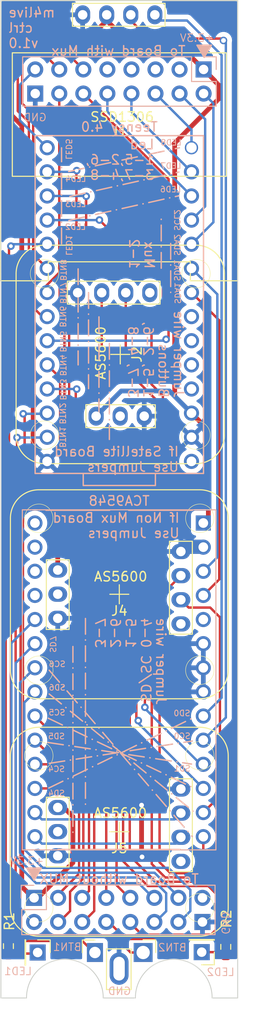
<source format=kicad_pcb>
(kicad_pcb (version 20221018) (generator pcbnew)
  (layers (0 "F.Cu" signal) (31 "B.Cu" signal) (34 "B.Paste" user) (35 "F.Paste" user) (36 "B.SilkS" user "B.Silkscreen") (37 "F.SilkS" user "F.Silkscreen") (38 "B.Mask" user) (39 "F.Mask" user) (44 "Edge.Cuts" user))
  (net 0 "")
  (net 1 "VCC")
  (net 2 "GND")
  (net 3 "SDA_MUX1")
  (net 4 "SCL_MUX1")
  (net 6 "SD0")
  (net 7 "SC0")
  (net 8 "SD1")
  (net 9 "SC1")
  (net 10 "SD2")
  (net 11 "SC2")
  (net 12 "SD3")
  (net 13 "SC3")
  (net 14 "SD4")
  (net 15 "SC4")
  (net 16 "SD5")
  (net 17 "SC5")
  (net 18 "SD6")
  (net 19 "SC6")
  (net 20 "SD7")
  (net 21 "SC7")
  (net 33 "BTN3")
  (net 34 "BTN4")
  (net 35 "LED3")
  (net 36 "LED4")
  (net 38 "BTN1")
  (net 39 "BTN2")
  (net 40 "LED1")
  (net 41 "LED2")
  (net 42 "LED6")
  (net 43 "LED5")
  (net 44 "LED7")
  (net 45 "LED8")
  (net 46 "SCL_MUX2")
  (net 47 "SDA_MUX2")
  (net 53 "BTN8")
  (net 54 "BTN7")
  (net 55 "BTN6")
  (net 56 "BTN5")
  (net 57 "Net-(J6-Pin_1)")
  (net 58 "Net-(J9-Pin_1)")
  (footprint "Resistor_SMD:R_0603_1608Metric_Pad0.98x0.95mm_HandSolder" (layer "F.Cu") (at 13.29 44.54 90)
    (fp_text reference "R1" (at 2.6 0.1 90) (layer "F.SilkS"))
    (fp_text value "220")
    (pad "1" smd roundrect (at -0.9125 0 90) (size 0.975 0.95) (layers "F.Cu" "F.Paste" "F.Mask") (net 57 "Net-(J6-Pin_1)"))
    (pad "2" smd roundrect (at 0.9125 0 90) (size 0.975 0.95) (layers "F.Cu" "F.Paste" "F.Mask") (net 40 "LED1"))
  )
  (footprint "Connector_PinHeader_2.54mm:PinHeader_1x02_P2.54mm_Vertical" (layer "F.Cu") (at 22.425 45.212 90)
    (fp_text reference "BTN1" (at 0.575 -2.925) (layer "B.SilkS") (effects (font (size 0.8 0.8) (thickness 0.1)) (justify mirror)))
    (fp_text value "Conn_01x02_Socket")
    (pad "1" thru_hole rect (at 0 0 90) (size 2 1.7) (drill 1.2) (layers "*.Cu" "*.Mask") (net 38 "BTN1"))
  )
  (footprint "SSD1306:AS5600" (layer "F.Cu") (at 24.6 -17.75 90)
    (fp_text reference "J2" (at 0 2.25 90) (layer "F.SilkS"))
    (fp_text value "AS5600_2_PWR")
    (pad "DIR" thru_hole oval (at 6.5 -4 90) (size 2 1.6) (drill 1) (layers "*.Cu" "*.Mask") (net 2 "GND"))
    (pad "GND" thru_hole oval (at -6.5 3.03 90) (size 2 1.6) (drill 1) (layers "*.Cu" "*.Mask") (net 2 "GND"))
    (pad "GPO" thru_hole oval (at 6.5 3.62 90) (size 2 1.6) (drill 1) (layers "*.Cu" "*.Mask"))
    (pad "OUT" thru_hole oval (at -6.5 0.49 90) (size 2 1.6) (drill 1) (layers "*.Cu" "*.Mask"))
    (pad "SCL" thru_hole oval (at 6.5 -1.46 90) (size 2 1.6) (drill 1) (layers "*.Cu" "*.Mask") (net 9 "SC1"))
    (pad "SDA" thru_hole oval (at 6.5 1.08 90) (size 2 1.6) (drill 1) (layers "*.Cu" "*.Mask") (net 8 "SD1"))
    (pad "VCC" thru_hole oval (at -6.5 -2.05 90) (size 2 1.6) (drill 1) (layers "*.Cu" "*.Mask") (net 1 "VCC"))
  )
  (footprint "SSD1306:AS5600" (layer "F.Cu") (at 25 7)
    (fp_text reference "J4" (at 0 2.25) (layer "F.SilkS"))
    (fp_text value "AS5600_2_PWR")
    (pad "DIR" thru_hole oval (at 6.5 -4) (size 2 1.6) (drill 1) (layers "*.Cu" "*.Mask") (net 2 "GND"))
    (pad "GND" thru_hole oval (at -6.5 3.03) (size 2 1.6) (drill 1) (layers "*.Cu" "*.Mask") (net 2 "GND"))
    (pad "GPO" thru_hole oval (at 6.5 3.62) (size 2 1.6) (drill 1) (layers "*.Cu" "*.Mask"))
    (pad "OUT" thru_hole oval (at -6.5 0.49) (size 2 1.6) (drill 1) (layers "*.Cu" "*.Mask"))
    (pad "SCL" thru_hole oval (at 6.5 -1.46) (size 2 1.6) (drill 1) (layers "*.Cu" "*.Mask") (net 11 "SC2"))
    (pad "SDA" thru_hole oval (at 6.5 1.08) (size 2 1.6) (drill 1) (layers "*.Cu" "*.Mask") (net 10 "SD2"))
    (pad "VCC" thru_hole oval (at -6.5 -2.05) (size 2 1.6) (drill 1) (layers "*.Cu" "*.Mask") (net 1 "VCC"))
  )
  (footprint "Connector_PinHeader_2.54mm:PinHeader_1x01_P2.54mm_Vertical" (layer "F.Cu") (at 16.375 45.212 -90)
    (fp_text reference "LED1" (at 1.975 2.075) (layer "B.SilkS") (effects (font (size 0.8 0.8) (thickness 0.1)) (justify mirror)))
    (fp_text value "Conn_01x01_Socket")
    (pad "1" thru_hole rect (at 0 0 270) (size 1.7 1.7) (drill 1) (layers "*.Cu" "*.Mask") (net 57 "Net-(J6-Pin_1)"))
  )
  (footprint "Connector_PinHeader_2.54mm:PinHeader_1x01_P2.54mm_Vertical" (layer "F.Cu") (at 33.7 45.175 180)
    (fp_text reference "LED2" (at -2 -2.1 180) (layer "B.SilkS") (effects (font (size 0.8 0.8) (thickness 0.1)) (justify mirror)))
    (fp_text value "Conn_01x01_Socket")
    (pad "1" thru_hole rect (at 0 0 180) (size 1.7 1.7) (drill 1) (layers "*.Cu" "*.Mask") (net 58 "Net-(J9-Pin_1)"))
  )
  (footprint "SSD1306:128x64OLED_25mm" (layer "F.Cu") (at 25 -41.75)
    (fp_text reference "J1" (at -0.002 0.528) (layer "F.SilkS"))
    (fp_text value "SSD1306")
    (pad "1" thru_hole oval (at -3.87 -11.75 90) (size 2 1.6) (drill 1) (layers "*.Cu" "*.Mask") (net 2 "GND"))
    (pad "2" thru_hole oval (at -1.33 -11.75 90) (size 2 1.6) (drill 1) (layers "*.Cu" "*.Mask") (net 1 "VCC"))
    (pad "3" thru_hole oval (at 1.21 -11.75 90) (size 2 1.6) (drill 1) (layers "*.Cu" "*.Mask") (net 7 "SC0"))
    (pad "4" thru_hole oval (at 3.75 -11.75 90) (size 2 1.6) (drill 1) (layers "*.Cu" "*.Mask") (net 6 "SD0"))
  )
  (footprint "Resistor_SMD:R_0603_1608Metric_Pad0.98x0.95mm_HandSolder" (layer "F.Cu") (at 36.24 44.6175 90)
    (fp_text reference "R2" (at 2.95 0.075 90) (layer "F.SilkS"))
    (fp_text value "220")
    (pad "1" smd roundrect (at -0.9125 0 90) (size 0.975 0.95) (layers "F.Cu" "F.Paste" "F.Mask") (net 58 "Net-(J9-Pin_1)"))
    (pad "2" smd roundrect (at 0.9125 0 90) (size 0.975 0.95) (layers "F.Cu" "F.Paste" "F.Mask") (net 41 "LED2"))
  )
  (footprint "Connector_PinHeader_2.54mm:PinHeader_1x02_P2.54mm_Vertical" (layer "F.Cu") (at 27.515 45.212 -90)
    (fp_text reference "BTN2" (at -0.525 -3.085) (layer "B.SilkS") (effects (font (size 0.8 0.8) (thickness 0.1)) (justify mirror)))
    (fp_text value "Conn_01x02_Socket")
    (pad "1" thru_hole rect (at 0 0 270) (size 2 2) (drill 1.4) (layers "*.Cu" "*.Mask") (net 39 "BTN2"))
    (pad "2" thru_hole oval (at 1.7 2.54 270) (size 3.4 2) (drill oval 2.5 1.2) (layers "*.Cu" "*.Mask") (net 2 "GND"))
  )
  (footprint "SSD1306:AS5600" (layer "F.Cu") (at 25 32)
    (fp_text reference "J5" (at 0 2.25) (layer "F.SilkS"))
    (fp_text value "AS5600_2_PWR")
    (pad "DIR" thru_hole oval (at 6.5 -4) (size 2 1.6) (drill 1) (layers "*.Cu" "*.Mask") (net 2 "GND"))
    (pad "GND" thru_hole oval (at -6.5 3.03) (size 2 1.6) (drill 1) (layers "*.Cu" "*.Mask") (net 2 "GND"))
    (pad "GPO" thru_hole oval (at 6.5 3.62) (size 2 1.6) (drill 1) (layers "*.Cu" "*.Mask"))
    (pad "OUT" thru_hole oval (at -6.5 0.49) (size 2 1.6) (drill 1) (layers "*.Cu" "*.Mask"))
    (pad "SCL" thru_hole oval (at 6.5 -1.46) (size 2 1.6) (drill 1) (layers "*.Cu" "*.Mask") (net 13 "SC3"))
    (pad "SDA" thru_hole oval (at 6.5 1.08) (size 2 1.6) (drill 1) (layers "*.Cu" "*.Mask") (net 12 "SD3"))
    (pad "VCC" thru_hole oval (at -6.5 -2.05) (size 2 1.6) (drill 1) (layers "*.Cu" "*.Mask") (net 1 "VCC"))
  )
  (footprint "SSD1306:DIP-28_W17.48mm_Socket" (layer "B.Cu") (at 32.6 0 180)
    (fp_text reference "TCA9548" (at 7.62 2.33) (layer "B.SilkS") (effects (justify mirror)))
    (fp_text value "TCA9548")
    (pad "1" thru_hole rect (at -1.27 0 180) (size 1.6 1.6) (drill 1.02) (layers "*.Cu" "*.Mask") (net 1 "VCC"))
    (pad "2" thru_hole oval (at -1.27 -2.54 180) (size 1.6 1.6) (drill 1.02) (layers "*.Cu" "*.Mask") (net 2 "GND"))
    (pad "3" thru_hole oval (at -1.27 -5.08 180) (size 1.6 1.6) (drill 1.02) (layers "*.Cu" "*.Mask") (net 3 "SDA_MUX1"))
    (pad "4" thru_hole oval (at -1.27 -7.62 180) (size 1.6 1.6) (drill 1.02) (layers "*.Cu" "*.Mask") (net 4 "SCL_MUX1"))
    (pad "5" thru_hole oval (at -1.27 -10.16 180) (size 1.6 1.6) (drill 1.02) (layers "*.Cu" "*.Mask"))
    (pad "6" thru_hole oval (at -1.27 -12.7 180) (size 1.6 1.6) (drill 1.02) (layers "*.Cu" "*.Mask") (net 2 "GND"))
    (pad "7" thru_hole oval (at -1.27 -15.24 180) (size 1.6 1.6) (drill 1.02) (layers "*.Cu" "*.Mask") (net 2 "GND"))
    (pad "8" thru_hole oval (at -1.27 -17.78 180) (size 1.6 1.6) (drill 1.02) (layers "*.Cu" "*.Mask") (net 2 "GND"))
    (pad "9" thru_hole oval (at -1.27 -20.32 180) (size 1.6 1.6) (drill 1.02) (layers "*.Cu" "*.Mask") (net 6 "SD0"))
    (pad "10" thru_hole oval (at -1.27 -22.86 180) (size 1.6 1.6) (drill 1.02) (layers "*.Cu" "*.Mask") (net 7 "SC0"))
    (pad "11" thru_hole oval (at -1.27 -25.4 180) (size 1.6 1.6) (drill 1.02) (layers "*.Cu" "*.Mask") (net 8 "SD1"))
    (pad "12" thru_hole oval (at -1.27 -27.94 180) (size 1.6 1.6) (drill 1.02) (layers "*.Cu" "*.Mask") (net 9 "SC1"))
    (pad "13" thru_hole oval (at -1.27 -30.48 180) (size 1.6 1.6) (drill 1.02) (layers "*.Cu" "*.Mask") (net 10 "SD2"))
    (pad "14" thru_hole oval (at -1.27 -33.02 180) (size 1.6 1.6) (drill 1.02) (layers "*.Cu" "*.Mask") (net 11 "SC2"))
    (pad "15" thru_hole oval (at 16.51 -33.02 180) (size 1.6 1.6) (drill 1.02) (layers "*.Cu" "*.Mask") (net 12 "SD3"))
    (pad "16" thru_hole oval (at 16.51 -30.48 180) (size 1.6 1.6) (drill 1.02) (layers "*.Cu" "*.Mask") (net 13 "SC3"))
    (pad "17" thru_hole oval (at 16.51 -27.94 180) (size 1.6 1.6) (drill 1.02) (layers "*.Cu" "*.Mask") (net 14 "SD4"))
    (pad "18" thru_hole oval (at 16.51 -25.4 180) (size 1.6 1.6) (drill 1.02) (layers "*.Cu" "*.Mask") (net 15 "SC4"))
    (pad "19" thru_hole oval (at 16.51 -22.86 180) (size 1.6 1.6) (drill 1.02) (layers "*.Cu" "*.Mask") (net 16 "SD5"))
    (pad "20" thru_hole oval (at 16.51 -20.32 180) (size 1.6 1.6) (drill 1.02) (layers "*.Cu" "*.Mask") (net 17 "SC5"))
    (pad "21" thru_hole oval (at 16.51 -17.78 180) (size 1.6 1.6) (drill 1.02) (layers "*.Cu" "*.Mask") (net 18 "SD6"))
    (pad "22" thru_hole oval (at 16.51 -15.24 180) (size 1.6 1.6) (drill 1.02) (layers "*.Cu" "*.Mask") (net 19 "SC6"))
    (pad "23" thru_hole oval (at 16.51 -12.7 180) (size 1.6 1.6) (drill 1.02) (layers "*.Cu" "*.Mask") (net 20 "SD7"))
    (pad "24" thru_hole oval (at 16.51 -10.16 180) (size 1.6 1.6) (drill 1.02) (layers "*.Cu" "*.Mask") (net 21 "SC7"))
    (pad "25" thru_hole oval (at 16.51 -7.62 180) (size 1.6 1.6) (drill 1.02) (layers "*.Cu" "*.Mask"))
    (pad "26" thru_hole oval (at 16.51 -5.08 180) (size 1.6 1.6) (drill 1.02) (layers "*.Cu" "*.Mask"))
    (pad "27" thru_hole oval (at 16.51 -2.54 180) (size 1.6 1.6) (drill 1.02) (layers "*.Cu" "*.Mask"))
    (pad "28" thru_hole oval (at 16.51 0 180) (size 1.6 1.6) (drill 1.02) (layers "*.Cu" "*.Mask"))
  )
  (footprint "Connector_PinSocket_2.54mm:PinSocket_2x08_P2.54mm_Vertical" (layer "B.Cu") (at 33.9 -47.75 90)
    (fp_text reference "To Board with Mux" (at 1.96 -8.99) (layer "B.SilkS") (effects (justify mirror)))
    (fp_text value "ToMAINModule")
    (pad "1" thru_hole rect (at 0 0 90) (size 1.7 1.7) (drill 1) (layers "*.Cu" "*.Mask") (net 1 "VCC"))
    (pad "2" thru_hole oval (at -2.54 0 90) (size 1.7 1.7) (drill 1) (layers "*.Cu" "*.Mask") (net 47 "SDA_MUX2"))
    (pad "3" thru_hole oval (at 0 -2.54 90) (size 1.7 1.7) (drill 1) (layers "*.Cu" "*.Mask"))
    (pad "4" thru_hole oval (at -2.54 -2.54 90) (size 1.7 1.7) (drill 1) (layers "*.Cu" "*.Mask") (net 46 "SCL_MUX2"))
    (pad "5" thru_hole oval (at 0 -5.08 90) (size 1.7 1.7) (drill 1) (layers "*.Cu" "*.Mask"))
    (pad "6" thru_hole oval (at -2.54 -5.08 90) (size 1.7 1.7) (drill 1) (layers "*.Cu" "*.Mask") (net 45 "LED8"))
    (pad "7" thru_hole oval (at 0 -7.62 90) (size 1.7 1.7) (drill 1) (layers "*.Cu" "*.Mask"))
    (pad "8" thru_hole oval (at -2.54 -7.62 90) (size 1.7 1.7) (drill 1) (layers "*.Cu" "*.Mask") (net 44 "LED7"))
    (pad "9" thru_hole oval (at 0 -10.16 90) (size 1.7 1.7) (drill 1) (layers "*.Cu" "*.Mask"))
    (pad "10" thru_hole oval (at -2.54 -10.16 90) (size 1.7 1.7) (drill 1) (layers "*.Cu" "*.Mask") (net 42 "LED6"))
    (pad "11" thru_hole oval (at 0 -12.7 90) (size 1.7 1.7) (drill 1) (layers "*.Cu" "*.Mask") (net 55 "BTN6"))
    (pad "12" thru_hole oval (at -2.54 -12.7 90) (size 1.7 1.7) (drill 1) (layers "*.Cu" "*.Mask") (net 56 "BTN5"))
    (pad "13" thru_hole oval (at 0 -15.24 90) (size 1.7 1.7) (drill 1) (layers "*.Cu" "*.Mask") (net 53 "BTN8"))
    (pad "14" thru_hole oval (at -2.54 -15.24 90) (size 1.7 1.7) (drill 1) (layers "*.Cu" "*.Mask") (net 54 "BTN7"))
    (pad "15" thru_hole oval (at 0 -17.78 90) (size 1.7 1.7) (drill 1) (layers "*.Cu" "*.Mask") (net 43 "LED5"))
    (pad "16" thru_hole rect (at -2.54 -17.78 90) (size 1.7 1.7) (drill 1) (layers "*.Cu" "*.Mask") (net 2 "GND"))
  )
  (footprint "Connector_PinSocket_2.54mm:PinSocket_2x08_P2.54mm_Vertical" (layer "B.Cu") (at 16 42 -90)
    (fp_text reference "To Board without MUX" (at -4.52 -8.98 180) (layer "B.SilkS") (effects (justify mirror)))
    (fp_text value "ToSateliteModule")
    (pad "1" thru_hole circle (at 0 0 270) (size 1.7 1.7) (drill 1) (layers "*.Cu" "*.Mask"))
    (pad "2" thru_hole rect (at -2.54 0 270) (size 1.7 1.7) (drill 1) (layers "*.Cu" "*.Mask") (net 1 "VCC"))
    (pad "3" thru_hole oval (at 0 -2.54 270) (size 1.7 1.7) (drill 1) (layers "*.Cu" "*.Mask") (net 15 "SC4"))
    (pad "4" thru_hole oval (at -2.54 -2.54 270) (size 1.7 1.7) (drill 1) (layers "*.Cu" "*.Mask") (net 14 "SD4"))
    (pad "5" thru_hole oval (at 0 -5.08 270) (size 1.7 1.7) (drill 1) (layers "*.Cu" "*.Mask") (net 17 "SC5"))
    (pad "6" thru_hole oval (at -2.54 -5.08 270) (size 1.7 1.7) (drill 1) (layers "*.Cu" "*.Mask") (net 16 "SD5"))
    (pad "7" thru_hole oval (at 0 -7.62 270) (size 1.7 1.7) (drill 1) (layers "*.Cu" "*.Mask") (net 33 "BTN3"))
    (pad "8" thru_hole oval (at -2.54 -7.62 270) (size 1.7 1.7) (drill 1) (layers "*.Cu" "*.Mask") (net 34 "BTN4"))
    (pad "9" thru_hole oval (at 0 -10.16 270) (size 1.7 1.7) (drill 1) (layers "*.Cu" "*.Mask") (net 35 "LED3"))
    (pad "10" thru_hole oval (at -2.54 -10.16 270) (size 1.7 1.7) (drill 1) (layers "*.Cu" "*.Mask") (net 36 "LED4"))
    (pad "11" thru_hole oval (at 0 -12.7 270) (size 1.7 1.7) (drill 1) (layers "*.Cu" "*.Mask") (net 20 "SD7"))
    (pad "12" thru_hole oval (at -2.54 -12.7 270) (size 1.7 1.7) (drill 1) (layers "*.Cu" "*.Mask") (net 21 "SC7"))
    (pad "13" thru_hole oval (at 0 -15.24 270) (size 1.7 1.7) (drill 1) (layers "*.Cu" "*.Mask") (net 18 "SD6"))
    (pad "14" thru_hole oval (at -2.54 -15.24 270) (size 1.7 1.7) (drill 1) (layers "*.Cu" "*.Mask") (net 19 "SC6"))
    (pad "15" thru_hole rect (at 0 -17.78 270) (size 1.7 1.7) (drill 1) (layers "*.Cu" "*.Mask") (net 2 "GND"))
    (pad "16" thru_hole oval (at -2.54 -17.78 270) (size 1.7 1.7) (drill 1) (layers "*.Cu" "*.Mask"))
  )
  (footprint "Teensy:Teensy40_SMT" (layer "B.Cu") (at 25 -23 90)
    (fp_text reference "Teensy 4.0" (at 18.7 0 180) (layer "B.SilkS") (effects (justify mirror)))
    (fp_text value "Teensy4.0")
    (pad "1" thru_hole circle (at -16.51 -7.62 90) (size 1.6 1.6) (drill 1.02) (layers "*.Cu" "*.Mask") (net 2 "GND"))
    (pad "2" thru_hole circle (at -13.97 -7.62 90) (size 1.6 1.6) (drill 1.02) (layers "*.Cu" "*.Mask") (net 38 "BTN1"))
    (pad "3" thru_hole circle (at -11.43 -7.62 90) (size 1.6 1.6) (drill 1.02) (layers "*.Cu" "*.Mask") (net 39 "BTN2"))
    (pad "4" thru_hole circle (at -8.89 -7.62 90) (size 1.6 1.6) (drill 1.02) (layers "*.Cu" "*.Mask") (net 33 "BTN3"))
    (pad "5" thru_hole circle (at -6.35 -7.62 90) (size 1.6 1.6) (drill 1.02) (layers "*.Cu" "*.Mask") (net 34 "BTN4"))
    (pad "6" thru_hole circle (at -3.81 -7.62 90) (size 1.6 1.6) (drill 1.02) (layers "*.Cu" "*.Mask") (net 56 "BTN5"))
    (pad "7" thru_hole circle (at -1.27 -7.62 90) (size 1.6 1.6) (drill 1.02) (layers "*.Cu" "*.Mask") (net 55 "BTN6"))
    (pad "8" thru_hole circle (at 1.27 -7.62 90) (size 1.6 1.6) (drill 1.02) (layers "*.Cu" "*.Mask") (net 54 "BTN7"))
    (pad "9" thru_hole circle (at 3.81 -7.62 90) (size 1.6 1.6) (drill 1.02) (layers "*.Cu" "*.Mask") (net 53 "BTN8"))
    (pad "10" thru_hole circle (at 6.35 -7.62 90) (size 1.6 1.6) (drill 1.02) (layers "*.Cu" "*.Mask") (net 40 "LED1"))
    (pad "11" thru_hole circle (at 8.89 -7.62 90) (size 1.6 1.6) (drill 1.02) (layers "*.Cu" "*.Mask") (net 41 "LED2"))
    (pad "12" thru_hole circle (at 11.43 -7.62 90) (size 1.6 1.6) (drill 1.02) (layers "*.Cu" "*.Mask") (net 35 "LED3"))
    (pad "13" thru_hole circle (at 13.97 -7.62 90) (size 1.6 1.6) (drill 1.02) (layers "*.Cu" "*.Mask") (net 36 "LED4"))
    (pad "14" thru_hole circle (at 16.51 -7.62 90) (size 1.6 1.6) (drill 1.02) (layers "*.Cu" "*.Mask") (net 43 "LED5"))
    (pad "20" thru_hole circle (at 16.51 7.62 90) (size 1.404 1.404) (drill 1.1) (layers "*.Cu" "*.Mask") (net 45 "LED8"))
    (pad "21" thru_hole circle (at 13.97 7.62 90) (size 1.6 1.6) (drill 1.02) (layers "*.Cu" "*.Mask") (net 44 "LED7"))
    (pad "22" thru_hole circle (at 11.43 7.62 90) (size 1.6 1.6) (drill 1.02) (layers "*.Cu" "*.Mask") (net 42 "LED6"))
    (pad "23" thru_hole circle (at 8.89 7.62 90) (size 1.6 1.6) (drill 1.02) (layers "*.Cu" "*.Mask") (net 46 "SCL_MUX2"))
    (pad "24" thru_hole circle (at 6.35 7.62 90) (size 1.6 1.6) (drill 1.02) (layers "*.Cu" "*.Mask") (net 47 "SDA_MUX2"))
    (pad "25" thru_hole circle (at 3.81 7.62 90) (size 1.6 1.6) (drill 1.02) (layers "*.Cu" "*.Mask") (net 3 "SDA_MUX1"))
    (pad "26" thru_hole circle (at 1.27 7.62 90) (size 1.6 1.6) (drill 1.02) (layers "*.Cu" "*.Mask") (net 4 "SCL_MUX1"))
    (pad "27" thru_hole circle (at -1.27 7.62 90) (size 1.6 1.6) (drill 1.02) (layers "*.Cu" "*.Mask"))
    (pad "28" thru_hole circle (at -3.81 7.62 90) (size 1.6 1.6) (drill 1.02) (layers "*.Cu" "*.Mask"))
    (pad "29" thru_hole circle (at -6.35 7.62 90) (size 1.6 1.6) (drill 1.02) (layers "*.Cu" "*.Mask"))
    (pad "30" thru_hole circle (at -8.89 7.62 90) (size 1.6 1.6) (drill 1.02) (layers "*.Cu" "*.Mask"))
    (pad "31" thru_hole circle (at -11.43 7.62 90) (size 1.6 1.6) (drill 1.02) (layers "*.Cu" "*.Mask") (net 1 "VCC"))
    (pad "32" thru_hole circle (at -13.97 7.62 90) (size 1.6 1.6) (drill 1.02) (layers "*.Cu" "*.Mask") (net 2 "GND"))
    (pad "33" thru_hole circle (at -16.51 7.62 90) (size 1.6 1.6) (drill 1.02) (layers "*.Cu" "*.Mask"))
  )
  (gr_line (start 17.45 23.1) (end 32.625 25.375) (stroke (width 0.15) (type dash_dot)) (layer "B.SilkS"))
  (gr_poly (pts (xy 34.724 -50.3) (xy 33.962 -49.03) (xy 33.2 -50.3)) (stroke (width 0.15)) (fill solid) (layer "B.SilkS"))
  (gr_line (start 22.85 -21.7) (end 22.85 -11.6) (stroke (width 0.15) (type dash_dot)) (layer "B.SilkS"))
  (gr_line (start 17.6 18) (end 32.8 30.35) (stroke (width 0.15) (type dash_dot)) (layer "B.SilkS"))
  (gr_line (start 29.425 -26.825) (end 29.425 -32.175) (stroke (width 0.15) (type dash_dot)) (layer "B.SilkS"))
  (gr_line (start 17.55 27.9) (end 32.7 20.55) (stroke (width 0.15) (type dash_dot)) (layer "B.SilkS"))
  (gr_line (start 20.1 13) (end 20.1 33.1) (stroke (width 0.15) (type dash_dot)) (layer "B.SilkS"))
  (gr_line (start 19.775 -34.375) (end 31.2875 -36.95) (stroke (width 0.15) (type dash_dot)) (layer "B.SilkS"))
  (gr_poly (pts (xy 16.764 36.322) (xy 16.002 37.592) (xy 15.24 36.322)) (stroke (width 0.15)) (fill solid) (layer "B.SilkS"))
  (gr_line (start 21.425 10.05) (end 21.425 30.15) (stroke (width 0.15) (type dash_dot)) (layer "B.SilkS"))
  (gr_line (start 20.65 -26.75) (end 20.65 -16.65) (stroke (width 0.15) (type dash_dot)) (layer "B.SilkS"))
  (gr_line (start 21.75 -24.25) (end 21.75 -14.15) (stroke (width 0.15) (type dash_dot)) (layer "B.SilkS"))
  (gr_line (start 19.675 -31.85) (end 31.2875 -34.45) (stroke (width 0.15) (type dash_dot)) (layer "B.SilkS"))
  (gr_line (start 17.6 25.3) (end 32.7 22.95) (stroke (width 0.15) (type dash_dot)) (layer "B.SilkS"))
  (gr_line (start 30.425 -29.425) (end 30.425 -24.275) (stroke (width 0.15) (type dash_dot)) (layer "B.SilkS"))
  (gr_line (start 17.5 20.55) (end 32.55 27.75) (stroke (width 0.15) (type dash_dot)) (layer "B.SilkS"))
  (gr_line (start 19.65 -37) (end 31.3375 -39.5) (stroke (width 0.15) (type dash_dot)) (layer "B.SilkS"))
  (gr_line (start 18.9 -29.4) (end 18.9 -39.5) (stroke (width 0.15) (type dash_dot)) (layer "B.SilkS"))
  (gr_line (start 17.6 15.5) (end 32.7 33) (stroke (width 0.15) (type dash_dot)) (layer "B.SilkS"))
  (gr_line (start 23.95 -18.9) (end 23.95 -8.8) (stroke (width 0.15) (type dash_dot)) (layer "B.SilkS"))
  (gr_line (start 12.5 50) (end 12.5 -55) (stroke (width 0.1)) (layer "Edge.Cuts"))
  (gr_line (start 15.2 50) (end 12.5 50) (stroke (width 0.1)) (layer "Edge.Cuts"))
  (gr_line (start 26.7 50) (end 23.3 50) (stroke (width 0.1)) (layer "Edge.Cuts"))
  (gr_arc (start 15.2 50) (mid 19.25 45.924451) (end 23.3 50) (stroke (width 0.1)) (layer "Edge.Cuts"))
  (gr_arc (start 26.7 50) (mid 30.75 45.924451) (end 34.8 50) (stroke (width 0.1)) (layer "Edge.Cuts"))
  (gr_line (start 37.5 50) (end 34.8 50) (stroke (width 0.1)) (layer "Edge.Cuts"))
  (gr_line (start 12.5 -55) (end 37.5 -55) (stroke (width 0.1)) (layer "Edge.Cuts"))
  (gr_line (start 37.5 -55) (end 37.5 50) (stroke (width 0.1)) (layer "Edge.Cuts"))
  (gr_text "SCL2" (at 30.75 -33.075 270) (layer "B.SilkS") (effects (font (size 0.6 0.6) (thickness 0.1) bold) (justify right bottom mirror)))
  (gr_text "LED2" (at 19.2 -30.825) (layer "B.SilkS") (effects (font (size 0.6 0.6) (thickness 0.1) bold) (justify right bottom mirror)))
  (gr_text "SD0" (at 30.675 20.375) (layer "B.SilkS") (effects (font (size 0.6 0.6) (thickness 0.1) bold) (justify right bottom mirror)))
  (gr_text "SD7" (at 17.625 11.825 270) (layer "B.SilkS") (effects (font (size 0.6 0.6) (thickness 0.1) bold) (justify right bottom mirror)))
  (gr_text "SC4" (at 17.425 26.25) (layer "B.SilkS") (effects (font (size 0.6 0.6) (thickness 0.1) bold) (justify right bottom mirror)))
  (gr_text "LED3" (at 19.225 -33.225) (layer "B.SilkS") (effects (font (size 0.6 0.6) (thickness 0.1) bold) (justify right bottom mirror)))
  (gr_text "SC0" (at 30.7 22.775) (layer "B.SilkS") (effects (font (size 0.6 0.6) (thickness 0.1) bold) (justify right bottom mirror)))
  (gr_text "BTN2" (at 18.65 -12.725 270) (layer "B.SilkS") (effects (font (size 0.6 0.6) (thickness 0.1) bold) (justify right bottom mirror)))
  (gr_text "SD6" (at 17.5 17.675) (layer "B.SilkS") (effects (font (size 0.6 0.6) (thickness 0.1) bold) (justify right bottom mirror)))
  (gr_text "BTN8" (at 18.725 -27.825 270) (layer "B.SilkS") (effects (font (size 0.6 0.6) (thickness 0.1) bold) (justify right bottom mirror)))
  (gr_text "SD1" (at 30.7 26.2) (layer "B.SilkS") (effects (font (size 0.6 0.6) (thickness 0.1) bold) (justify right bottom mirror)))
  (gr_text "BTN4" (at 18.7 -17.8 270) (layer "B.SilkS") (effects (font (size 0.6 0.6) (thickness 0.1) bold) (justify right bottom mirror)))
  (gr_text "BTN6" (at 18.675 -22.925 270) (layer "B.SilkS") (effects (font (size 0.6 0.6) (thickness 0.1) bold) (justify right bottom mirror)))
  (gr_text "GND" (at 36.2 42.1 -90) (layer "B.SilkS") (effects (font (size 0.8 0.8) (thickness 0.1)) (justify mirror)))
  (gr_text "Jumper wire \nButtons\n1-5, 2-6,\n3-7, 4-8" (at 25.85 -13.1 270) (layer "B.SilkS") (effects (font (size 1 1)) (justify left bottom mirror)))
  (gr_text "Mux\n1-2" (at 25.975 -26.675 270) (layer "B.SilkS") (effects (font (size 1 1)) (justify left bottom mirror)))
  (gr_text "GND" (at 25.025 49.276) (layer "B.SilkS") (effects (font (size 0.8 0.8) (thickness 0.1)) (justify mirror)))
  (gr_text "SDA2" (at 30.75 -30.475 270) (layer "B.SilkS") (effects (font (size 0.6 0.6) (thickness 0.1) bold) (justify right bottom mirror)))
  (gr_text "SC6" (at 17.5 15.2) (layer "B.SilkS") (effects (font (size 0.6 0.6) (thickness 0.1) bold) (justify right bottom mirror)))
  (gr_text "LED8" (at 29.3 -39.7) (layer "B.SilkS") (effects (font (size 0.6 0.6) (thickness 0.1) bold) (justify right bottom mirror)))
  (gr_text "LED4" (at 19.225 -35.875) (layer "B.SilkS") (effects (font (size 0.6 0.6) (thickness 0.1) bold) (justify right bottom mirror)))
  (gr_text "LED1" (at 19.325 -30.425 270) (layer "B.SilkS") (effects (font (size 0.6 0.6) (thickness 0.1) bold) (justify right bottom mirror)))
  (gr_text "SD5" (at 17.425 22.8) (layer "B.SilkS") (effects (font (size 0.6 0.6) (thickness 0.1) bold) (justify right bottom mirror)))
  (gr_text "+3.3V" (at 33.2 -51.062) (layer "B.SilkS") (effects (font (size 0.8 0.8) (thickness 0.1)) (justify mirror)))
  (gr_text "SD4" (at 17.425 28.8) (layer "B.SilkS") (effects (font (size 0.6 0.6) (thickness 0.1) bold) (justify right bottom mirror)))
  (gr_text "If Non Mux Board\nUse Jumpers" (at 31.45 1.65) (layer "B.SilkS") (effects (font (size 1 1)) (justify left bottom mirror)))
  (gr_text "m4live\nctrl\nv1.0" (at 13.2 -52.125) (layer "B.SilkS") (effects (font (size 1 1)) (justify right mirror)))
  (gr_text "LED7" (at 29.275 -37.25) (layer "B.SilkS") (effects (font (size 0.6 0.6) (thickness 0.1) bold) (justify right bottom mirror)))
  (gr_text "If Satellite Board\nUse Jumpers" (at 31.375 -5.325) (layer "B.SilkS") (effects (font (size 1 1)) (justify left bottom mirror)))
  (gr_text "BTN1" (at 18.65 -10.25 270) (layer "B.SilkS") (effects (font (size 0.6 0.6) (thickness 0.1) bold) (justify right bottom mirror)))
  (gr_text "GND" (at 16.1 -42.7) (layer "B.SilkS") (effects (font (size 0.8 0.8) (thickness 0.1)) (justify mirror)))
  (gr_text "SC5" (at 17.475 20.3) (layer "B.SilkS") (effects (font (size 0.6 0.6) (thickness 0.1) bold) (justify right bottom mirror)))
  (gr_text "BTN5" (at 18.7 -20.3 270) (layer "B.SilkS") (effects (font (size 0.6 0.6) (thickness 0.1) bold) (justify right bottom mirror)))
  (gr_text "Led \n1-5,2-6,\n3-7,4-8" (at 28.775 -36.05) (layer "B.SilkS") (effects (font (size 1 1)) (justify left bottom mirror)))
  (gr_text "LED5" (at 19.3 -40.525 270) (layer "B.SilkS") (effects (font (size 0.6 0.6) (thickness 0.1) bold) (justify right bottom mirror)))
  (gr_text "Jumper wire\nSD/SC 0-4\n1-5\n2-6\n3-7" (at 22.375 9.9 270) (layer "B.SilkS") (effects (font (size 1 1)) (justify right bottom mirror)))
  (gr_text "LED6" (at 29.25 -34.775) (layer "B.SilkS") (effects (font (size 0.6 0.6) (thickness 0.1) bold) (justify right bottom mirror)))
  (gr_text "SDA1" (at 30.75 -27.8 270) (layer "B.SilkS") (effects (font (size 0.6 0.6) (thickness 0.1) bold) (justify right bottom mirror)))
  (gr_text "SDA1" (at 30.8 -25.4 270) (layer "B.SilkS") (effects (font (size 0.6 0.6) (thickness 0.1) bold) (justify right bottom mirror)))
  (gr_text "BTN7" (at 18.7 -25.4 270) (layer "B.SilkS") (effects (font (size 0.6 0.6) (thickness 0.1) bold) (justify right bottom mirror)))
  (gr_text "BTN3" (at 18.7 -15.25 270) (layer "B.SilkS") (effects (font (size 0.6 0.6) (thickness 0.1) bold) (justify right bottom mirror)))
  (gr_text "+3.3V" (at 15.24 35.56) (layer "B.SilkS") (effects (font (size 0.8 0.8) (thickness 0.1)) (justify mirror)))
  (gr_text "AS5600" (at 23.625 -15 90) (layer "F.SilkS") (effects (font (size 1 1)) (justify left bottom)))
  (gr_text "AS5600" (at 22.2 31.11) (layer "F.SilkS") (effects (font (size 1 1)) (justify left bottom)))
  (gr_text "AS5600" (at 22.24 6.23) (layer "F.SilkS") (effects (font (size 1 1)) (justify left bottom)))
  (gr_text "SSD1306" (at 21.844 -42.164) (layer "F.SilkS") (effects (font (size 1 1)) (justify left bottom)))
  (segment (start 13.45 -49.5) (end 13.45 -43.1) (width 0.5) (layer "F.Cu") (net 1))
  (segment (start 18.5 29.95) (end 19.15 29.95) (width 0.5) (layer "F.Cu") (net 1))
  (segment (start 26.67 -49.9) (end 23.67 -52.9) (width 0.5) (layer "F.Cu") (net 1))
  (segment (start 20.1 30.9) (end 20.1 35.76) (width 0.5) (layer "F.Cu") (net 1))
  (segment (start 13.45 -43.1) (end 14.7 -41.85) (width 0.5) (layer "F.Cu") (net 1))
  (segment (start 18.5 4.95) (end 18.5 -1.5) (width 0.5) (layer "F.Cu") (net 1))
  (segment (start 14.7 -41.85) (end 14.7 -39.925) (width 0.5) (layer "F.Cu") (net 1))
  (segment (start 14.6875 -50.7375) (end 13.45 -49.5) (width 0.5) (layer "F.Cu") (net 1))
  (segment (start 35.525 -45.275) (end 35.525 -44.675) (width 0.5) (layer "F.Cu") (net 1))
  (segment (start 14.7 -2.95) (end 14.7 38.275) (width 0.5) (layer "F.Cu") (net 1))
  (segment (start 33.9 -47.75) (end 31.75 -49.9) (width 0.5) (layer "F.Cu") (net 1))
  (segment (start 14.7 -39.925) (end 14.7 -14.25) (width 0.5) (layer "F.Cu") (net 1))
  (segment (start 14.7 -14.25) (end 15.9 -13.05) (width 0.5) (layer "F.Cu") (net 1))
  (segment (start 15.9 -4.5) (end 15.9 -13.05) (width 0.5) (layer "F.Cu") (net 1))
  (segment (start 15.9 -4.15) (end 14.7 -2.95) (width 0.5) (layer "F.Cu") (net 1))
  (segment (start 35.55 -46.05) (end 35.55 -45.3) (width 0.5) (layer "F.Cu") (net 1))
  (segment (start 32.62 -11.57) (end 34.4 -9.79) (width 0.5) (layer "F.Cu") (net 1))
  (segment (start 15.9 -4.5) (end 15.9 -4.1) (width 0.5) (layer "F.Cu") (net 1))
  (segment (start 35.525 -44.675) (end 30.775 -39.925) (width 0.5) (layer "F.Cu") (net 1))
  (segment (start 34.4 -9.79) (end 34.4 -0.53) (width 0.5) (layer "F.Cu") (net 1))
  (segment (start 23.67 -52.9) (end 21.5075 -50.7375) (width 0.5) (layer "F.Cu") (net 1))
  (segment (start 19.15 29.95) (end 20.1 30.9) (width 0.5) (layer "F.Cu") (net 1))
  (segment (start 30.85 -13.34) (end 32.62 -11.57) (width 0.5) (layer "F.Cu") (net 1))
  (segment (start 31.75 -49.9) (end 26.67 -49.9) (width 0.5) (layer "F.Cu") (net 1))
  (segment (start 30.775 -39.925) (end 30.85 -39.85) (width 0.5) (layer "F.Cu") (net 1))
  (segment (start 21.5075 -50.7375) (end 14.6875 -50.7375) (width 0.5) (layer "F.Cu") (net 1))
  (segment (start 18.35 -1.65) (end 15.9 -4.1) (width 0.5) (layer "F.Cu") (net 1))
  (segment (start 33.9 -47.75) (end 35.075 -46.575) (width 0.5) (layer "F.Cu") (net 1))
  (segment (start 16 39.575) (end 14.8 38.375) (width 0.5) (layer "F.Cu") (net 1))
  (segment (start 14.7 38.275) (end 14.8 38.375) (width 0.5) (layer "F.Cu") (net 1))
  (segment (start 35.075 -46.575) (end 35.075 -46.525) (width 0.5) (layer "F.Cu") (net 1))
  (segment (start 30.85 -39.85) (end 30.85 -13.34) (width 0.5) (layer "F.Cu") (net 1))
  (segment (start 15.9 -4.5) (end 15.9 -4.15) (width 0.5) (layer "F.Cu") (net 1))
  (segment (start 35.075 -46.525) (end 35.55 -46.05) (width 0.5) (layer "F.Cu") (net 1))
  (segment (start 18.5 -1.5) (end 18.35 -1.65) (width 0.5) (layer "F.Cu") (net 1))
  (segment (start 35.55 -45.3) (end 35.525 -45.275) (width 0.5) (layer "F.Cu") (net 1))
  (segment (start 20.1 35.76) (end 16 39.86) (width 0.5) (layer "F.Cu") (net 1))
  (segment (start 30.29 -13.9) (end 25.2 -13.9) (width 0.5) (layer "B.Cu") (net 1))
  (segment (start 32.62 -11.57) (end 30.29 -13.9) (width 0.5) (layer "B.Cu") (net 1))
  (segment (start 25.2 -13.9) (end 22.55 -11.25) (width 0.5) (layer "B.Cu") (net 1))
  (segment (start 27.35 29.7) (end 27.35 35.1) (width 0.5) (layer "F.Cu") (net 2))
  (via (at 27.35 29.7) (size 1) (drill 0.5) (layers "F.Cu" "B.Cu") (net 2))
  (via (at 27.4 35.15) (size 1) (drill 0.5) (layers "F.Cu" "B.Cu") (net 2))
  (segment (start 31.895 2.5) (end 33.805 2.5) (width 1.5) (layer "B.Cu") (net 2))
  (segment (start 35.35 -24.08) (end 35.35 3.6) (width 0.25) (layer "B.Cu") (net 3))
  (segment (start 32.62 -26.81) (end 35.35 -24.08) (width 0.25) (layer "B.Cu") (net 3))
  (segment (start 35.35 3.6) (end 33.87 5.08) (width 0.25) (layer "B.Cu") (net 3))
  (segment (start 33.87 7.62) (end 35.55 5.94) (width 0.25) (layer "F.Cu") (net 4))
  (segment (start 35.55 5.94) (end 35.55 -21.34) (width 0.25) (layer "F.Cu") (net 4))
  (segment (start 35.55 -21.34) (end 32.62 -24.27) (width 0.25) (layer "F.Cu") (net 4))
  (segment (start 35.8 -49.25) (end 32.15 -52.9) (width 0.25) (layer "B.Cu") (net 6))
  (segment (start 32.15 -52.9) (end 28.75 -52.9) (width 0.25) (layer "B.Cu") (net 6))
  (segment (start 35.8 18.39) (end 35.8 -49.25) (width 0.25) (layer "B.Cu") (net 6))
  (segment (start 33.87 20.32) (end 35.8 18.39) (width 0.25) (layer "B.Cu") (net 6))
  (segment (start 28.11 -51) (end 35.8 -51) (width 0.25) (layer "F.Cu") (net 7))
  (segment (start 26.21 -52.9) (end 28.11 -51) (width 0.25) (layer "F.Cu") (net 7))
  (via (at 36 -50.8) (size 0.8) (drill 0.5) (layers "F.Cu" "B.Cu") (net 7))
  (segment (start 36.25 -49.2) (end 36.25 20.48) (width 0.25) (layer "B.Cu") (net 7))
  (segment (start 36.25 20.48) (end 33.87 22.86) (width 0.25) (layer "B.Cu") (net 7))
  (segment (start 36.25 -49.2) (end 36.25 -50.85) (width 0.25) (layer "B.Cu") (net 7))
  (segment (start 27.7 19.5) (end 27.7 -3.3) (width 0.25) (layer "F.Cu") (net 8))
  (segment (start 29.065 -4.665) (end 29.065 -12.8) (width 0.25) (layer "F.Cu") (net 8))
  (segment (start 27.7 -3.3) (end 29.065 -4.665) (width 0.25) (layer "F.Cu") (net 8))
  (segment (start 25.68 -24.25) (end 25.68 -16.185) (width 0.25) (layer "F.Cu") (net 8))
  (segment (start 25.68 -16.185) (end 29.065 -12.8) (width 0.25) (layer "F.Cu") (net 8))
  (via (at 27.7 19.4) (size 0.8) (drill 0.4) (layers "F.Cu" "B.Cu") (net 8))
  (segment (start 33.87 25.685) (end 27.7 19.515) (width 0.25) (layer "B.Cu") (net 8))
  (segment (start 21.1 -8.5) (end 21.1 -12.7) (width 0.25) (layer "F.Cu") (net 9))
  (segment (start 26.8 20.7) (end 26.708434 -2.1) (width 0.25) (layer "F.Cu") (net 9))
  (segment (start 21.1 -12.7) (end 23.14 -14.74) (width 0.25) (layer "F.Cu") (net 9))
  (segment (start 26.708434 -2.1) (end 26.708434 -2.891566) (width 0.25) (layer "F.Cu") (net 9))
  (segment (start 23.14 -14.74) (end 23.14 -24.25) (width 0.25) (layer "F.Cu") (net 9))
  (segment (start 26.708434 -2.891566) (end 21.1 -8.5) (width 0.25) (layer "F.Cu") (net 9))
  (via (at 27 20.8) (size 0.8) (drill 0.4) (layers "F.Cu" "B.Cu") (net 9))
  (segment (start 33.87 27.94) (end 27 21.07) (width 0.25) (layer "B.Cu") (net 9))
  (segment (start 33.87 30.48) (end 35.625 28.725) (width 0.25) (layer "F.Cu") (net 10))
  (segment (start 34.6 8.9) (end 32.32 8.9) (width 0.25) (layer "F.Cu") (net 10))
  (segment (start 32.32 8.9) (end 31.5 8.08) (width 0.25) (layer "F.Cu") (net 10))
  (segment (start 35.625 9.925) (end 34.6 8.9) (width 0.25) (layer "F.Cu") (net 10))
  (segment (start 35.625 28.725) (end 35.625 9.925) (width 0.25) (layer "F.Cu") (net 10))
  (segment (start 31.5 5.54) (end 29.25 7.79) (width 0.25) (layer "F.Cu") (net 11))
  (segment (start 33.87 35.795) (end 33.87 33.02) (width 0.25) (layer "F.Cu") (net 11))
  (segment (start 29.25 7.79) (end 29.25 35.715) (width 0.25) (layer "F.Cu") (net 11))
  (segment (start 32.8 36.865) (end 33.87 35.795) (width 0.25) (layer "F.Cu") (net 11))
  (segment (start 29.25 35.715) (end 30.4 36.865) (width 0.25) (layer "F.Cu") (net 11))
  (segment (start 30.4 36.865) (end 32.8 36.865) (width 0.25) (layer "F.Cu") (net 11))
  (segment (start 16.82 33.75) (end 30.98 33.75) (width 0.25) (layer "B.Cu") (net 12))
  (segment (start 16.09 33.02) (end 16.82 33.75) (width 0.25) (layer "B.Cu") (net 12))
  (segment (start 31.5 33.08) (end 30.965 33.615) (width 0.25) (layer "B.Cu") (net 12))
  (segment (start 16.09 30.48) (end 16.81 31.2) (width 0.25) (layer "B.Cu") (net 13))
  (segment (start 16.81 31.2) (end 30.84 31.2) (width 0.25) (layer "B.Cu") (net 13))
  (segment (start 30.84 31.2) (end 31.5 30.54) (width 0.25) (layer "B.Cu") (net 13))
  (segment (start 20.75 36.05) (end 20.75 36.915) (width 0.25) (layer "F.Cu") (net 14))
  (segment (start 18.54 39.125) (end 18.54 39.575) (width 0.25) (layer "F.Cu") (net 14))
  (segment (start 20.75 36.915) (end 18.54 39.125) (width 0.25) (layer "F.Cu") (net 14))
  (segment (start 18.94 27.94) (end 16.09 27.94) (width 0.25) (layer "F.Cu") (net 14))
  (segment (start 20.75 36.05) (end 20.75 29.75) (width 0.25) (layer "F.Cu") (net 14))
  (segment (start 20.75 29.75) (end 18.94 27.94) (width 0.25) (layer "F.Cu") (net 14))
  (segment (start 21.2 36.65) (end 21.2 37.415) (width 0.25) (layer "F.Cu") (net 15))
  (segment (start 21.2 29.2) (end 17.4 25.4) (width 0.25) (layer "F.Cu") (net 15))
  (segment (start 21.2 37.415) (end 19.8 38.815) (width 0.25) (layer "F.Cu") (net 15))
  (segment (start 19.8 38.815) (end 19.8 40.855) (width 0.25) (layer "F.Cu") (net 15))
  (segment (start 17.4 25.4) (end 16.09 25.4) (width 0.25) (layer "F.Cu") (net 15))
  (segment (start 19.8 40.855) (end 18.54 42.115) (width 0.25) (layer "F.Cu") (net 15))
  (segment (start 21.2 36.65) (end 21.2 29.2) (width 0.25) (layer "F.Cu") (net 15))
  (segment (start 21.8 35.375) (end 21.8 38.74) (width 0.25) (layer "F.Cu") (net 16))
  (segment (start 21.365 28.135) (end 16.09 22.86) (width 0.25) (layer "F.Cu") (net 16))
  (segment (start 21.7 28.47) (end 21.365 28.135) (width 0.25) (layer "F.Cu") (net 16))
  (segment (start 21.8 28.57) (end 16.09 22.86) (width 0.25) (layer "F.Cu") (net 16))
  (segment (start 21.8 35.375) (end 21.8 29.9) (width 0.25) (layer "F.Cu") (net 16))
  (segment (start 21.8 38.74) (end 21.08 39.46) (width 0.25) (layer "F.Cu") (net 16))
  (segment (start 21.8 29.9) (end 21.8 28.57) (width 0.25) (layer "F.Cu") (net 16))
  (segment (start 22.35 40.845) (end 21.08 42.115) (width 0.25) (layer "F.Cu") (net 17))
  (segment (start 22.35 26.58) (end 16.09 20.32) (width 0.25) (layer "F.Cu") (net 17))
  (segment (start 22.35 39.075) (end 22.35 26.85) (width 0.25) (layer "F.Cu") (net 17))
  (segment (start 22.35 40.765) (end 22.35 40.845) (width 0.25) (layer "F.Cu") (net 17))
  (segment (start 22.35 26.85) (end 22.35 26.58) (width 0.25) (layer "F.Cu") (net 17))
  (segment (start 22.35 39.075) (end 22.35 40.73) (width 0.25) (layer "F.Cu") (net 17))
  (segment (start 30.185 36.3) (end 16.915 36.3) (width 0.25) (layer "B.Cu") (net 18))
  (segment (start 31.24 42.115) (end 32.5 40.855) (width 0.25) (layer "B.Cu") (net 18))
  (segment (start 32.5 38.615) (end 30.185 36.3) (width 0.25) (layer "B.Cu") (net 18))
  (segment (start 16.09 17.78) (end 14.965 18.905) (width 0.25) (layer "B.Cu") (net 18))
  (segment (start 14.965 34.35) (end 16.4825 35.8675) (width 0.25) (layer "B.Cu") (net 18))
  (segment (start 14.965 18.905) (end 14.965 34.35) (width 0.25) (layer "B.Cu") (net 18))
  (segment (start 16.915 36.3) (end 16.4825 35.8675) (width 0.25) (layer "B.Cu") (net 18))
  (segment (start 32.5 40.855) (end 32.5 38.615) (width 0.25) (layer "B.Cu") (net 18))
  (segment (start 16.615 36.815) (end 16.0375 36.2375) (width 0.25) (layer "B.Cu") (net 19))
  (segment (start 16.0375 36.2375) (end 14.515 34.715) (width 0.25) (layer "B.Cu") (net 19))
  (segment (start 31.48 39.575) (end 28.72 36.815) (width 0.25) (layer "B.Cu") (net 19))
  (segment (start 14.515 34.715) (end 14.515 16.815) (width 0.25) (layer "B.Cu") (net 19))
  (segment (start 14.515 16.815) (end 16.09 15.24) (width 0.25) (layer "B.Cu") (net 19))
  (segment (start 28.72 36.815) (end 16.615 36.815) (width 0.25) (layer "B.Cu") (net 19))
  (segment (start 27.9 37.315) (end 16.315 37.315) (width 0.25) (layer "B.Cu") (net 20))
  (segment (start 15.6625 36.6625) (end 14.065 35.065) (width 0.25) (layer "B.Cu") (net 20))
  (segment (start 16.315 37.315) (end 15.6625 36.6625) (width 0.25) (layer "B.Cu") (net 20))
  (segment (start 27.9 37.315) (end 28.300426 37.315) (width 0.25) (layer "B.Cu") (net 20))
  (segment (start 14.065 14.725) (end 16.09 12.7) (width 0.25) (layer "B.Cu") (net 20))
  (segment (start 28.7 42.115) (end 29.95 40.865) (width 0.25) (layer "B.Cu") (net 20))
  (segment (start 14.065 35.065) (end 14.065 14.725) (width 0.25) (layer "B.Cu") (net 20))
  (segment (start 29.95 40.865) (end 29.95 38.964574) (width 0.25) (layer "B.Cu") (net 20))
  (segment (start 28.1017 37.315) (end 27.9 37.315) (width 0.25) (layer "B.Cu") (net 20))
  (segment (start 28.300426 37.315) (end 29.95 38.964574) (width 0.25) (layer "B.Cu") (net 20))
  (segment (start 27.04 37.915) (end 16.215 37.915) (width 0.25) (layer "B.Cu") (net 21))
  (segment (start 13.6 12.65) (end 13.6 35.3) (width 0.25) (layer "B.Cu") (net 21))
  (segment (start 16.215 37.915) (end 15.5125 37.2125) (width 0.25) (layer "B.Cu") (net 21))
  (segment (start 16.09 10.16) (end 13.6 12.65) (width 0.25) (layer "B.Cu") (net 21))
  (segment (start 13.6 35.3) (end 15.5125 37.2125) (width 0.25) (layer "B.Cu") (net 21))
  (segment (start 28.7 39.575) (end 27.04 37.915) (width 0.25) (layer "B.Cu") (net 21))
  (segment (start 35.95 39.128604) (end 35.95 42.704448) (width 0.25) (layer "F.Cu") (net 33))
  (segment (start 26.1 35.025) (end 26.1 -2.4) (width 0.25) (layer "F.Cu") (net 33))
  (segment (start 27.7125 36.6375) (end 26.1 35.025) (width 0.25) (layer "F.Cu") (net 33))
  (segment (start 35.95 42.704448) (end 34.927224 43.727224) (width 0.25) (layer "F.Cu") (net 33))
  (segment (start 23.888 42) (end 25.6805 43.7925) (width 0.25) (layer "F.Cu") (net 33))
  (segment (start 25.6805 43.7925) (end 34.861948 43.7925) (width 0.25) (layer "F.Cu") (net 33))
  (segment (start 28.84 37.765) (end 27.7125 36.6375) (width 0.25) (layer "F.Cu") (net 33))
  (segment (start 28.85 37.765) (end 29.25 37.765) (width 0.25) (layer "F.Cu") (net 33))
  (segment (start 20.4 -8.1) (end 20.4 -14.1) (width 0.25) (layer "F.Cu") (net 33))
  (segment (start 34.586396 37.765) (end 35.95 39.128604) (width 0.25) (layer "F.Cu") (net 33))
  (segment (start 34.861948 43.7925) (end 34.927224 43.727224) (width 0.25) (layer "F.Cu") (net 33))
  (segment (start 26.1 -2.4) (end 20.4 -8.1) (width 0.25) (layer "F.Cu") (net 33))
  (segment (start 29.25 37.765) (end 34.586396 37.765) (width 0.25) (layer "F.Cu") (net 33))
  (segment (start 29.25 37.765) (end 28.84 37.765) (width 0.25) (layer "F.Cu") (net 33))
  (via (at 20.5 -14.1) (size 0.8) (drill 0.4) (layers "F.Cu" "B.Cu") (net 33))
  (segment (start 17.095 -14.11) (end 20.505 -14.11) (width 0.25) (layer "B.Cu") (net 33))
  (segment (start 23.62 39.86) (end 23.62 -2.28) (width 0.25) (layer "F.Cu") (net 34))
  (segment (start 18.75 -7.15) (end 18.75 -15.3) (width 0.25) (layer "F.Cu") (net 34))
  (segment (start 23.62 -2.28) (end 18.75 -7.15) (width 0.25) (layer "F.Cu") (net 34))
  (segment (start 18.75 -15.3) (end 18.73 -15.3) (width 0.25) (layer "F.Cu") (net 34))
  (segment (start 18.73 -15.3) (end 17.38 -16.65) (width 0.25) (layer "F.Cu") (net 34))
  (segment (start 34.4 38.215) (end 35.5 39.315) (width 0.25) (layer "F.Cu") (net 35))
  (segment (start 19.3 -25.3) (end 19.3 -23.1) (width 0.25) (layer "F.Cu") (net 35))
  (segment (start 27.38 43.335) (end 26.16 42.115) (width 0.25) (layer "F.Cu") (net 35))
  (segment (start 25.4 35.6) (end 28.015 38.215) (width 0.25) (layer "F.Cu") (net 35))
  (segment (start 28.015 38.215) (end 34.4 38.215) (width 0.25) (layer "F.Cu") (net 35))
  (segment (start 25.4 -2.2) (end 25.4 35.6) (width 0.25) (layer "F.Cu") (net 35))
  (segment (start 19.7 -7.9) (end 25.4 -2.2) (width 0.25) (layer "F.Cu") (net 35))
  (segment (start 19.7 -22.7) (end 19.7 -7.9) (width 0.25) (layer "F.Cu") (net 35))
  (segment (start 21.5 -27.5) (end 19.3 -25.3) (width 0.25) (layer "F.Cu") (net 35))
  (segment (start 35.5 39.315) (end 35.5 42.518052) (width 0.25) (layer "F.Cu") (net 35))
  (segment (start 19.3 -23.1) (end 19.7 -22.7) (width 0.25) (layer "F.Cu") (net 35))
  (segment (start 35.5 42.518052) (end 34.683052 43.335) (width 0.25) (layer "F.Cu") (net 35))
  (segment (start 34.683052 43.335) (end 27.38 43.335) (width 0.25) (layer "F.Cu") (net 35))
  (segment (start 21.5 -34.4) (end 21.5 -27.5) (width 0.25) (layer "F.Cu") (net 35))
  (via (at 21.5 -34.4) (size 0.8) (drill 0.4) (layers "F.Cu" "B.Cu") (net 35))
  (segment (start 21.17 -34.43) (end 21.2 -34.4) (width 0.25) (layer "B.Cu") (net 35))
  (segment (start 17.38 -34.43) (end 21.17 -34.43) (width 0.25) (layer "B.Cu") (net 35))
  (segment (start 24.707 -1.893) (end 19.2 -7.4) (width 0.25) (layer "F.Cu") (net 36))
  (segment (start 26.16 39.575) (end 24.707 38.122) (width 0.25) (layer "F.Cu") (net 36))
  (segment (start 24.707 37.575) (end 24.707 -1.893) (width 0.25) (layer "F.Cu") (net 36))
  (segment (start 24.707 38.122) (end 24.707 37.575) (width 0.25) (layer "F.Cu") (net 36))
  (segment (start 18.7 -25.563604) (end 20.475 -27.338604) (width 0.25) (layer "F.Cu") (net 36))
  (segment (start 19.2 -22.3) (end 18.7 -22.8) (width 0.25) (layer "F.Cu") (net 36))
  (segment (start 20.475 -27.338604) (end 20.475 -36.975) (width 0.25) (layer "F.Cu") (net 36))
  (segment (start 19.2 -7.4) (end 19.2 -22.3) (width 0.25) (layer "F.Cu") (net 36))
  (segment (start 18.7 -22.8) (end 18.7 -25.563604) (width 0.25) (layer "F.Cu") (net 36))
  (segment (start 20.475 -36.975) (end 20.5 -37) (width 0.25) (layer "F.Cu") (net 36))
  (via (at 20.5 -37.1) (size 0.8) (drill 0.4) (layers "F.Cu" "B.Cu") (net 36))
  (segment (start 17.38 -36.97) (end 20.37 -36.97) (width 0.25) (layer "B.Cu") (net 36))
  (segment (start 20.37 -36.97) (end 20.5 -37.1) (width 0.25) (layer "B.Cu") (net 36))
  (segment (start 14.2 -9) (end 14.2 -5.5) (width 0.25) (layer "F.Cu") (net 38))
  (segment (start 13.55 42.2) (end 13.55 42.511396) (width 0.25) (layer "F.Cu") (net 38))
  (segment (start 21.1 44) (end 22.425 45.325) (width 0.25) (layer "F.Cu") (net 38))
  (segment (start 13.55 42.511396) (end 14.681802 43.643198) (width 0.25) (layer "F.Cu") (net 38))
  (segment (start 15.038604 44) (end 21.1 44) (width 0.25) (layer "F.Cu") (net 38))
  (segment (start 13.55 -4.2) (end 14.2 -4.85) (width 0.25) (layer "F.Cu") (net 38))
  (segment (start 14.2 -4.85) (end 14.2 -5.5) (width 0.25) (layer "F.Cu") (net 38))
  (segment (start 14.681802 43.643198) (end 15.038604 44) (width 0.25) (layer "F.Cu") (net 38))
  (segment (start 13.55 42.2) (end 13.55 -4.2) (width 0.25) (layer "F.Cu") (net 38))
  (via (at 14.2 -9) (size 0.8) (drill 0.4) (layers "F.Cu" "B.Cu") (net 38))
  (segment (start 14.4 -9) (end 17.65 -9) (width 0.25) (layer "B.Cu") (net 38))
  (segment (start 26.195604 45.212) (end 27.515 45.212) (width 0.25) (layer "F.Cu") (net 39))
  (segment (start 14.05 -3.5) (end 15 -4.45) (width 0.25) (layer "F.Cu") (net 39))
  (segment (start 15.2 43.525) (end 14.05 42.375) (width 0.25) (layer "F.Cu") (net 39))
  (segment (start 15 -4.45) (end 15 -11.6) (width 0.25) (layer "F.Cu") (net 39))
  (segment (start 22.86 43.525) (end 24.508604 43.525) (width 0.25) (layer "F.Cu") (net 39))
  (segment (start 22.86 43.525) (end 15.2 43.525) (width 0.25) (layer "F.Cu") (net 39))
  (segment (start 27.79 45.05) (end 26.911701 45.05) (width 0.25) (layer "F.Cu") (net 39))
  (segment (start 14.05 42.375) (end 14.05 -3.5) (width 0.25) (layer "F.Cu") (net 39))
  (segment (start 24.508604 43.525) (end 26.195604 45.212) (width 0.25) (layer "F.Cu") (net 39))
  (via (at 14.85 -11.5) (size 0.8) (drill 0.4) (layers "F.Cu" "B.Cu") (net 39))
  (segment (start 17.755 -11.5) (end 15.045 -11.5) (width 0.25) (layer "B.Cu") (net 39))
  (segment (start 13.35 -29.175) (end 13.35 -5.25) (width 0.25) (layer "F.Cu") (net 40))
  (segment (start 13 43.72) (end 13 42.95) (width 0.25) (layer "F.Cu") (net 40))
  (segment (start 13 -4.9) (end 13 42.95) (width 0.25) (layer "F.Cu") (net 40))
  (segment (start 13.35 -5.25) (end 13 -4.9) (width 0.25) (layer "F.Cu") (net 40))
  (via (at 13.55 -29.15) (size 0.8) (drill 0.4) (layers "F.Cu" "B.Cu") (net 40))
  (segment (start 17.38 -29.35) (end 13.45 -29.35) (width 0.25) (layer "B.Cu") (net 40))
  (segment (start 22.9 -31.9) (end 29.6 -25.2) (width 0.25) (layer "F.Cu") (net 41))
  (segment (start 29.6 -13.4) (end 29.6 -4.1) (width 0.25) (layer "F.Cu") (net 41))
  (segment (start 28.4 -14.6) (end 29.6 -13.4) (width 0.25) (layer "F.Cu") (net 41))
  (segment (start 36.4 38.942208) (end 36.4 42.67) (width 0.25) (layer "F.Cu") (net 41))
  (segment (start 28.425 -2.925) (end 28.425 35.89) (width 0.25) (layer "F.Cu") (net 41))
  (segment (start 29.6 -25.2) (end 29.6 -21.4) (width 0.25) (layer "F.Cu") (net 41))
  (segment (start 28.425 35.89) (end 29.85 37.315) (width 0.25) (layer "F.Cu") (net 41))
  (segment (start 29.6 -21.4) (end 28.4 -20.2) (width 0.25) (layer "F.Cu") (net 41))
  (segment (start 29.6 -4.1) (end 28.425 -2.925) (width 0.25) (layer "F.Cu") (net 41))
  (segment (start 28.4 -20.2) (end 28.4 -14.6) (width 0.25) (layer "F.Cu") (net 41))
  (segment (start 34.772792 37.315) (end 36.4 38.942208) (width 0.25) (layer "F.Cu") (net 41))
  (segment (start 36.4 42.67) (end 36.4 43.545) (width 0.25) (layer "F.Cu") (net 41))
  (segment (start 29.85 37.315) (end 34.772792 37.315) (width 0.25) (layer "F.Cu") (net 41))
  (via (at 22.9 -31.9) (size 0.8) (drill 0.4) (layers "F.Cu" "B.Cu") (net 41))
  (segment (start 22.6 -31.89) (end 18.09 -31.89) (width 0.25) (layer "B.Cu") (net 41))
  (segment (start 23.74 -45.21) (end 23.74 -43.31) (width 0.25) (layer "B.Cu") (net 42))
  (segment (start 23.74 -43.31) (end 32.62 -34.43) (width 0.25) (layer "B.Cu") (net 42))
  (segment (start 14.5 -42.39) (end 16.295 -40.595) (width 0.25) (layer "B.Cu") (net 43))
  (segment (start 17.38 -39.51) (end 16.295 -40.595) (width 0.25) (layer "B.Cu") (net 43))
  (segment (start 14.5 -46.13) (end 14.5 -42.39) (width 0.25) (layer "B.Cu") (net 43))
  (segment (start 16.12 -47.75) (end 14.5 -46.13) (width 0.25) (layer "B.Cu") (net 43))
  (segment (start 26.28 -45.21) (end 26.28 -43.31) (width 0.25) (layer "B.Cu") (net 44))
  (segment (start 26.28 -43.31) (end 32.62 -36.97) (width 0.25) (layer "B.Cu") (net 44))
  (segment (start 32.62 -39.51) (end 32.62 -41.41) (width 0.25) (layer "B.Cu") (net 45))
  (segment (start 32.62 -41.41) (end 28.82 -45.21) (width 0.25) (layer "B.Cu") (net 45))
  (segment (start 31.36 -45.21) (end 34.065 -42.505) (width 0.25) (layer "B.Cu") (net 46))
  (segment (start 34.065 -42.505) (end 34.065 -33.335) (width 0.25) (layer "B.Cu") (net 46))
  (segment (start 34.065 -33.335) (end 32.62 -31.89) (width 0.25) (layer "B.Cu") (net 46))
  (segment (start 33.9 -45.21) (end 34.935 -44.175) (width 0.25) (layer "B.Cu") (net 47))
  (segment (start 32.62 -29.35) (end 34.935 -31.665) (width 0.25) (layer "B.Cu") (net 47))
  (segment (start 34.935 -44.175) (end 34.935 -31.665) (width 0.25) (layer "B.Cu") (net 47))
  (segment (start 17.11 -49.3) (end 18.66 -47.75) (width 0.25) (layer "F.Cu") (net 53))
  (segment (start 15.9 -43) (end 14.75 -44.15) (width 0.25) (layer "F.Cu") (net 53))
  (segment (start 15.9 -43) (end 15.9 -28.29) (width 0.25) (layer "F.Cu") (net 53))
  (segment (start 15.3 -49.3) (end 17.11 -49.3) (width 0.25) (layer "F.Cu") (net 53))
  (segment (start 14.75 -44.15) (end 14.75 -48.75) (width 0.25) (layer "F.Cu") (net 53))
  (segment (start 14.75 -48.75) (end 15.3 -49.3) (width 0.25) (layer "F.Cu") (net 53))
  (segment (start 15.9 -28.29) (end 17.38 -26.81) (width 0.25) (layer "F.Cu") (net 53))
  (segment (start 17.38 -24.88) (end 17.38 -24.27) (width 0.25) (layer "F.Cu") (net 54))
  (segment (start 18.66 -26.36) (end 17.09 -24.79) (width 0.25) (layer "F.Cu") (net 54))
  (segment (start 18.66 -45.21) (end 18.66 -26.36) (width 0.25) (layer "F.Cu") (net 54))
  (segment (start 15.45 -23.15) (end 15.45 -42.196016) (width 0.25) (layer "F.Cu") (net 55))
  (segment (start 17.34 -21.26) (end 15.45 -23.15) (width 0.25) (layer "F.Cu") (net 55))
  (segment (start 15.3 -49.95) (end 19 -49.95) (width 0.25) (layer "F.Cu") (net 55))
  (segment (start 15.45 -42.196016) (end 14.275 -43.371016) (width 0.25) (layer "F.Cu") (net 55))
  (segment (start 14.275 -48.925) (end 15.3 -49.95) (width 0.25) (layer "F.Cu") (net 55))
  (segment (start 19 -49.95) (end 21.2 -47.75) (width 0.25) (layer "F.Cu") (net 55))
  (segment (start 14.275 -43.371016) (end 14.275 -48.925) (width 0.25) (layer "F.Cu") (net 55))
  (segment (start 21.2 -45.21) (end 30.2 -36.21) (width 0.25) (layer "F.Cu") (net 56))
  (segment (start 30.2 -36.21) (end 30.2 -19.2) (width 0.25) (layer "F.Cu") (net 56))
  (via (at 29.94 -19.34) (size 0.8) (drill 0.4) (layers "F.Cu" "B.Cu") (net 56))
  (segment (start 17.38 -19.19) (end 30 -19.2) (width 0.25) (layer "B.Cu") (net 56))
  (segment (start 16.375 45.325) (end 13.4175 45.325) (width 0.25) (layer "F.Cu") (net 57))
  (segment (start 33.7 45.175) (end 35.885 45.175) (width 0.25) (layer "F.Cu") (net 58))
  (zone (net 2) (net_name "GND") (layer "B.Cu") (connect_pads (clearance 0.5)) (min_thickness 0.25) (fill yes (thermal_gap 0.5) (thermal_bridge_width 0.5))
    (polygon (pts (xy 12.5 -55) (xy 37.5 -55) (xy 37.48 45.91) (xy 12.51 45.93)))
  )
)
</source>
